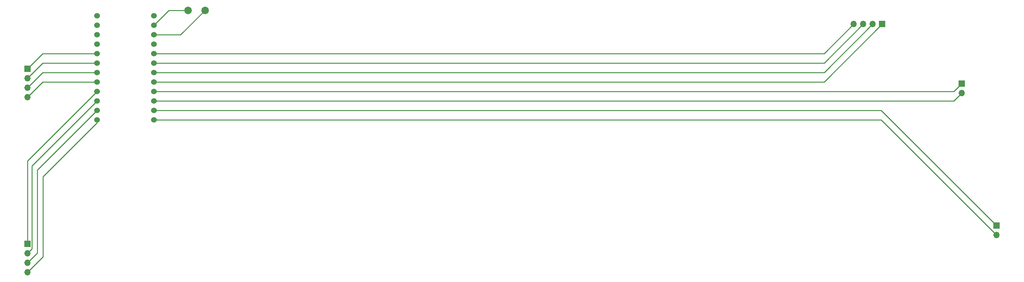
<source format=gbr>
G04 #@! TF.GenerationSoftware,KiCad,Pcbnew,(6.0.11)*
G04 #@! TF.CreationDate,2024-11-25T11:34:43+09:00*
G04 #@! TF.ProjectId,Flame60_PCB_Layer2,466c616d-6536-4305-9f50-43425f4c6179,rev?*
G04 #@! TF.SameCoordinates,Original*
G04 #@! TF.FileFunction,Copper,L1,Top*
G04 #@! TF.FilePolarity,Positive*
%FSLAX46Y46*%
G04 Gerber Fmt 4.6, Leading zero omitted, Abs format (unit mm)*
G04 Created by KiCad (PCBNEW (6.0.11)) date 2024-11-25 11:34:43*
%MOMM*%
%LPD*%
G01*
G04 APERTURE LIST*
G04 #@! TA.AperFunction,ComponentPad*
%ADD10C,2.000000*%
G04 #@! TD*
G04 #@! TA.AperFunction,ComponentPad*
%ADD11R,1.700000X1.700000*%
G04 #@! TD*
G04 #@! TA.AperFunction,ComponentPad*
%ADD12O,1.700000X1.700000*%
G04 #@! TD*
G04 #@! TA.AperFunction,ComponentPad*
%ADD13C,1.524000*%
G04 #@! TD*
G04 #@! TA.AperFunction,Conductor*
%ADD14C,0.250000*%
G04 #@! TD*
G04 APERTURE END LIST*
D10*
X118931250Y-62360000D03*
X114431250Y-62360000D03*
D11*
X71400000Y-125000000D03*
D12*
X71400000Y-127540000D03*
X71400000Y-130080000D03*
X71400000Y-132620000D03*
D11*
X300355000Y-66043750D03*
D12*
X297815000Y-66043750D03*
X295275000Y-66043750D03*
X292735000Y-66043750D03*
D11*
X71400000Y-78000000D03*
D12*
X71400000Y-80540000D03*
X71400000Y-83080000D03*
X71400000Y-85620000D03*
D13*
X90011250Y-63815001D03*
X90011250Y-66355001D03*
X90011250Y-68895001D03*
X90011250Y-71435001D03*
X90011250Y-73975001D03*
X90011250Y-76515001D03*
X90011250Y-79055001D03*
X90011250Y-81595001D03*
X90011250Y-84135001D03*
X90011250Y-86675001D03*
X90011250Y-89215001D03*
X90011250Y-91755001D03*
X105251250Y-91755001D03*
X105251250Y-89215001D03*
X105251250Y-86675001D03*
X105251250Y-84135001D03*
X105251250Y-81595001D03*
X105251250Y-79055001D03*
X105251250Y-76515001D03*
X105251250Y-73975001D03*
X105251250Y-71435001D03*
X105251250Y-68895001D03*
X105251250Y-66355001D03*
X105251250Y-63815001D03*
D11*
X321700000Y-82000000D03*
D12*
X321700000Y-84540000D03*
D11*
X330993750Y-120113750D03*
D12*
X330993750Y-122653750D03*
D14*
X105251250Y-68895001D02*
X112396249Y-68895001D01*
X112396249Y-68895001D02*
X118931250Y-62360000D01*
X109246251Y-62360000D02*
X114431250Y-62360000D01*
X105251250Y-66355001D02*
X109246251Y-62360000D01*
X75424999Y-73975001D02*
X71400000Y-78000000D01*
X90011250Y-73975001D02*
X75424999Y-73975001D01*
X75424999Y-76515001D02*
X71400000Y-80540000D01*
X90011250Y-76515001D02*
X75424999Y-76515001D01*
X75424999Y-79055001D02*
X71400000Y-83080000D01*
X90011250Y-79055001D02*
X75424999Y-79055001D01*
X90011250Y-81595001D02*
X75424999Y-81595001D01*
X75424999Y-81595001D02*
X71400000Y-85620000D01*
X319564999Y-84135001D02*
X321700000Y-82000000D01*
X105251250Y-84135001D02*
X319564999Y-84135001D01*
X90011250Y-84135001D02*
X71400000Y-102746251D01*
X71400000Y-102746251D02*
X71400000Y-125000000D01*
X71400000Y-127540000D02*
X72575000Y-126365000D01*
X72575000Y-104111251D02*
X90011250Y-86675001D01*
X72575000Y-126365000D02*
X72575000Y-104111251D01*
X90011250Y-89215001D02*
X74000000Y-105226251D01*
X74000000Y-127480000D02*
X71400000Y-130080000D01*
X74000000Y-105226251D02*
X74000000Y-127480000D01*
X71400000Y-132620000D02*
X75500000Y-128520000D01*
X75500000Y-107000000D02*
X90011250Y-92488750D01*
X90011250Y-92488750D02*
X90011250Y-91755001D01*
X75500000Y-128520000D02*
X75500000Y-107000000D01*
X284803749Y-73975001D02*
X292735000Y-66043750D01*
X105251250Y-73975001D02*
X284803749Y-73975001D01*
X105251250Y-76515001D02*
X284803749Y-76515001D01*
X284803749Y-76515001D02*
X295275000Y-66043750D01*
X319564999Y-86675001D02*
X321700000Y-84540000D01*
X105251250Y-86675001D02*
X319564999Y-86675001D01*
X105251250Y-89215001D02*
X300095001Y-89215001D01*
X300095001Y-89215001D02*
X330993750Y-120113750D01*
X105251250Y-79055001D02*
X284803749Y-79055001D01*
X284803749Y-79055001D02*
X297815000Y-66043750D01*
X105251250Y-91755001D02*
X300095001Y-91755001D01*
X300095001Y-91755001D02*
X330993750Y-122653750D01*
X105251250Y-81595001D02*
X284803749Y-81595001D01*
X284803749Y-81595001D02*
X300355000Y-66043750D01*
M02*

</source>
